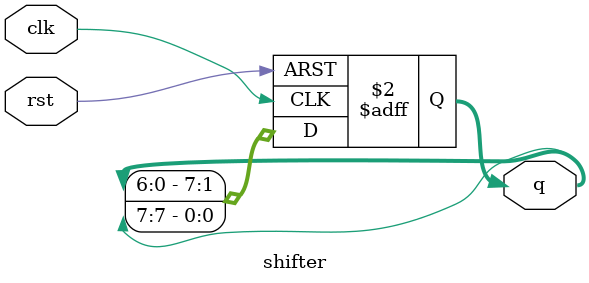
<source format=v>
`timescale 1ns / 1ps

`define BIT_WIDTH 8
module shifter(
    q,
    clk, 
    rst
    );
    
    output [`BIT_WIDTH-1:0]q;
    input clk;
    input rst;
    
    reg [`BIT_WIDTH-1:0]q;

    
    always @(posedge clk or posedge rst)
    
        if(rst)
        begin
           q <= `BIT_WIDTH'b01010101;
        end
        else 
        begin
            q[0]<=q[7];
            q[1]<=q[0];
            q[2]<=q[1];
            q[3]<=q[2];
            q[4]<=q[3];
            q[5]<=q[4];
            q[6]<=q[5];
            q[7]<=q[6];
        end
    
    
    
endmodule

</source>
